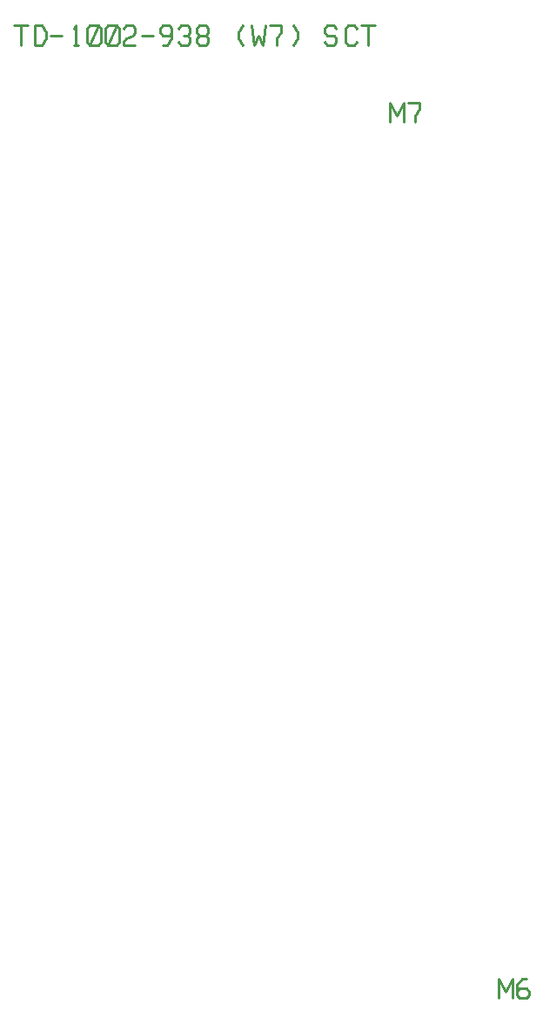
<source format=gbr>
*
G4_C Author: OrCAD GerbTool(tm) 8.1.1 Wed Jun 18 17:27:20 2003*
%LPD*%
%LNsilkscreen*%
%FSLAX34Y34*%
%MOIN*%
%AD*%
%AMD25R98*
20,1,0.025000,0.000000,-0.035000,0.000000,0.035000,98.600000*
%
%AMD10R98*
20,1,0.050000,-0.025000,0.000000,0.025000,0.000000,98.600000*
%
%AMD25R98N2*
20,1,0.025000,0.000000,-0.035000,0.000000,0.035000,98.600000*
%
%AMD10R98N2*
20,1,0.050000,-0.025000,0.000000,0.025000,0.000000,98.600000*
%
%AMD25R86*
20,1,0.025000,0.000000,-0.035000,0.000000,0.035000,86.080000*
%
%AMD10R86*
20,1,0.050000,-0.025000,0.000000,0.025000,0.000000,86.080000*
%
%AMD16R5*
20,1,0.025000,-0.035000,0.000000,0.035000,0.000000,5.450000*
%
%AMD10R5*
20,1,0.050000,-0.025000,0.000000,0.025000,0.000000,5.450000*
%
%AMD16R5N2*
20,1,0.025000,-0.035000,0.000000,0.035000,0.000000,5.450000*
%
%AMD10R5N2*
20,1,0.050000,-0.025000,0.000000,0.025000,0.000000,5.450000*
%
%AMD32R3*
20,1,0.025000,0.034920,-0.002390,-0.034920,0.002390,3.950000*
%
%AMD33R3*
20,1,0.050000,-0.001710,-0.024940,0.001710,0.024940,3.950000*
%
%AMD32R3N2*
20,1,0.025000,0.034920,-0.002390,-0.034920,0.002390,3.910000*
%
%AMD33R3N2*
20,1,0.050000,-0.001710,-0.024940,0.001710,0.024940,3.910000*
%
%AMD32R3N3*
20,1,0.025000,0.034920,-0.002390,-0.034920,0.002390,3.920000*
%
%AMD33R3N3*
20,1,0.050000,-0.001710,-0.024940,0.001710,0.024940,3.920000*
%
%AMD29R104*
20,1,0.022000,0.000000,-0.040000,0.000000,0.040000,104.500000*
%
%AMD54R104*
20,1,0.050000,-0.025000,0.000000,0.025000,0.000000,104.500000*
%
%AMD29R50*
20,1,0.022000,0.000000,-0.040000,0.000000,0.040000,50.800000*
%
%AMD54R50*
20,1,0.050000,-0.025000,0.000000,0.025000,0.000000,50.800000*
%
%AMD29R96*
20,1,0.022000,0.000000,-0.040000,0.000000,0.040000,96.600000*
%
%AMD54R96*
20,1,0.050000,-0.025000,0.000000,0.025000,0.000000,96.600000*
%
%ADD10R,0.050000X0.050000*%
%ADD11C,0.006000*%
%ADD12C,0.019000*%
%ADD13C,0.007900*%
%ADD14C,0.005000*%
%ADD15C,0.000800*%
%ADD16R,0.070000X0.025000*%
%ADD17R,0.068000X0.023000*%
%ADD18C,0.006000*%
%ADD19C,0.009800*%
%ADD20C,0.010000*%
%ADD21C,0.030000*%
%ADD22C,0.060000*%
%ADD23C,0.035000*%
%ADD24C,0.055000*%
%ADD25R,0.025000X0.070000*%
%ADD26C,0.010000*%
%ADD27R,0.029000X0.058000*%
%ADD28R,0.031000X0.060000*%
%ADD29R,0.022000X0.080000*%
%ADD30R,0.024000X0.082000*%
%ADD31D10R98N2*%
%ADD32D25R86*%
%ADD33D10R86*%
%ADD34D16R5*%
%ADD35D10R5*%
%ADD36D16R5N2*%
%ADD37D10R5N2*%
%ADD38D25R98N2*%
%ADD39D10R98N2*%
%ADD40D25R86*%
%ADD41D10R86*%
%ADD42D16R5*%
%ADD43D10R5*%
%ADD44D16R5N2*%
%ADD45D10R5N2*%
%ADD46D32R3*%
%ADD47D33R3*%
%ADD48R,0.070000X0.025000*%
%ADD49D33R3N2*%
%ADD50C,0.011000*%
%ADD51C,0.036000*%
%ADD52C,0.015000*%
%ADD53R,0.070000X0.025000*%
%ADD54R,0.050000X0.050000*%
%ADD55C,0.010000*%
%ADD56C,0.010000*%
%ADD57D29R104*%
%ADD58D54R104*%
%ADD59D29R50*%
%ADD60D54R50*%
%ADD61D29R96*%
%ADD62D54R96*%
%ADD256R,0.058000X0.029000*%
G4_C OrCAD GerbTool Tool List *
G4_D50 1 0.0110 T 0 0*
G4_D51 3 0.0360 T 0 0*
G4_D52 2 0.0150 T 0 0*
G54D20*
G1X12991Y45959D2*
G1X12991Y45209D1*
G1X12729Y45959D2*
G1X13254Y45959D1*
G1X13779Y45959D2*
G1X13954Y45709D1*
G1X13954Y45459D1*
G1X13779Y45209D1*
G1X13516Y45959D2*
G1X13516Y45209D1*
G1X13516Y45959D2*
G1X13779Y45959D1*
G1X13779Y45209D2*
G1X13516Y45209D1*
G1X14129Y45584D2*
G1X14566Y45584D1*
G1X15091Y45959D2*
G1X15091Y45209D1*
G1X15004Y45209D2*
G1X15179Y45209D1*
G1X15091Y45959D2*
G1X15004Y45834D1*
G1X15616Y45959D2*
G1X15966Y45959D1*
G1X16054Y45834D1*
G1X16054Y45334D1*
G1X15966Y45209D1*
G1X15616Y45209D1*
G1X15529Y45334D1*
G1X15529Y45834D1*
G1X15616Y45959D1*
G1X15966Y45959D2*
G1X15616Y45209D1*
G1X16316Y45959D2*
G1X16666Y45959D1*
G1X16754Y45834D1*
G1X16754Y45334D1*
G1X16666Y45209D1*
G1X16316Y45209D1*
G1X16229Y45334D1*
G1X16229Y45834D1*
G1X16316Y45959D1*
G1X16666Y45959D2*
G1X16316Y45209D1*
G1X16929Y45834D2*
G1X17016Y45959D1*
G1X17279Y45959D1*
G1X17366Y45834D1*
G1X17366Y45709D1*
G1X17279Y45584D1*
G1X17016Y45459D1*
G1X16929Y45334D1*
G1X16929Y45209D1*
G1X17366Y45209D1*
G1X17629Y45584D2*
G1X18066Y45584D1*
G1X18679Y45584D2*
G1X18416Y45584D1*
G1X18329Y45709D1*
G1X18329Y45834D1*
G1X18416Y45959D1*
G1X18679Y45959D1*
G1X18766Y45834D1*
G1X18766Y45459D1*
G1X18591Y45209D1*
G1X18416Y45209D1*
G1X18679Y45584D2*
G1X18766Y45709D1*
G1X19029Y45834D2*
G1X19116Y45959D1*
G1X19379Y45959D1*
G1X19466Y45834D1*
G1X19466Y45709D1*
G1X19379Y45584D1*
G1X19204Y45584D1*
G1X19379Y45584D2*
G1X19466Y45459D1*
G1X19466Y45334D1*
G1X19379Y45209D1*
G1X19116Y45209D1*
G1X19029Y45334D1*
G1X19816Y45959D2*
G1X20079Y45959D1*
G1X20166Y45834D1*
G1X20166Y45709D1*
G1X20079Y45584D1*
G1X20166Y45459D1*
G1X20166Y45334D1*
G1X20079Y45209D1*
G1X19816Y45209D1*
G1X19729Y45334D1*
G1X19729Y45459D1*
G1X19816Y45584D1*
G1X19729Y45709D1*
G1X19729Y45834D1*
G1X19816Y45959D1*
G1X19816Y45584D2*
G1X20079Y45584D1*
G1X21479Y45959D2*
G1X21304Y45709D1*
G1X21304Y45459D1*
G1X21479Y45209D1*
G1X21829Y45959D2*
G1X21916Y45209D1*
G1X22091Y45584D1*
G1X22266Y45209D1*
G1X22354Y45959D1*
G1X22529Y45959D2*
G1X22966Y45959D1*
G1X22966Y45709D1*
G1X22791Y45459D1*
G1X22791Y45209D1*
G1X23404Y45959D2*
G1X23579Y45709D1*
G1X23579Y45459D1*
G1X23404Y45209D1*
G1X25066Y45834D2*
G1X24979Y45959D1*
G1X24716Y45959D1*
G1X24629Y45834D1*
G1X24629Y45709D1*
G1X25066Y45459D2*
G1X25066Y45334D1*
G1X24979Y45209D1*
G1X24716Y45209D1*
G1X24629Y45334D1*
G1X24629Y45709D2*
G1X24716Y45584D1*
G1X24979Y45584D1*
G1X25066Y45459D1*
G1X25854Y45834D2*
G1X25766Y45959D1*
G1X25504Y45959D1*
G1X25504Y45209D2*
G1X25766Y45209D1*
G1X25854Y45334D1*
G1X25416Y45834D2*
G1X25416Y45334D1*
G1X25504Y45959D2*
G1X25416Y45834D1*
G1X25416Y45334D2*
G1X25504Y45209D1*
G1X26291Y45959D2*
G1X26291Y45209D1*
G1X26029Y45959D2*
G1X26554Y45959D1*
G1X27649Y42258D2*
G1X27649Y43008D1*
G1X27124Y43008D2*
G1X27124Y42258D1*
G1X27124Y43008D2*
G1X27387Y42508D1*
G1X27649Y43008D1*
G1X27824Y43008D2*
G1X28262Y43008D1*
G1X28262Y42758D1*
G1X28087Y42508D1*
G1X28087Y42258D1*
G1X31823Y8723D2*
G1X31823Y9473D1*
G1X31298Y9473D2*
G1X31298Y8723D1*
G1X31298Y9473D2*
G1X31561Y8973D1*
G1X31823Y9473D1*
G1X32348Y9473D2*
G1X32173Y9473D1*
G1X31998Y9223D1*
G1X31998Y8848D1*
G1X32086Y8723D1*
G1X32348Y8723D1*
G1X32436Y8848D1*
G1X32436Y8973D1*
G1X32348Y9098D1*
G1X32086Y9098D1*
G1X31998Y8973D1*
M2*

</source>
